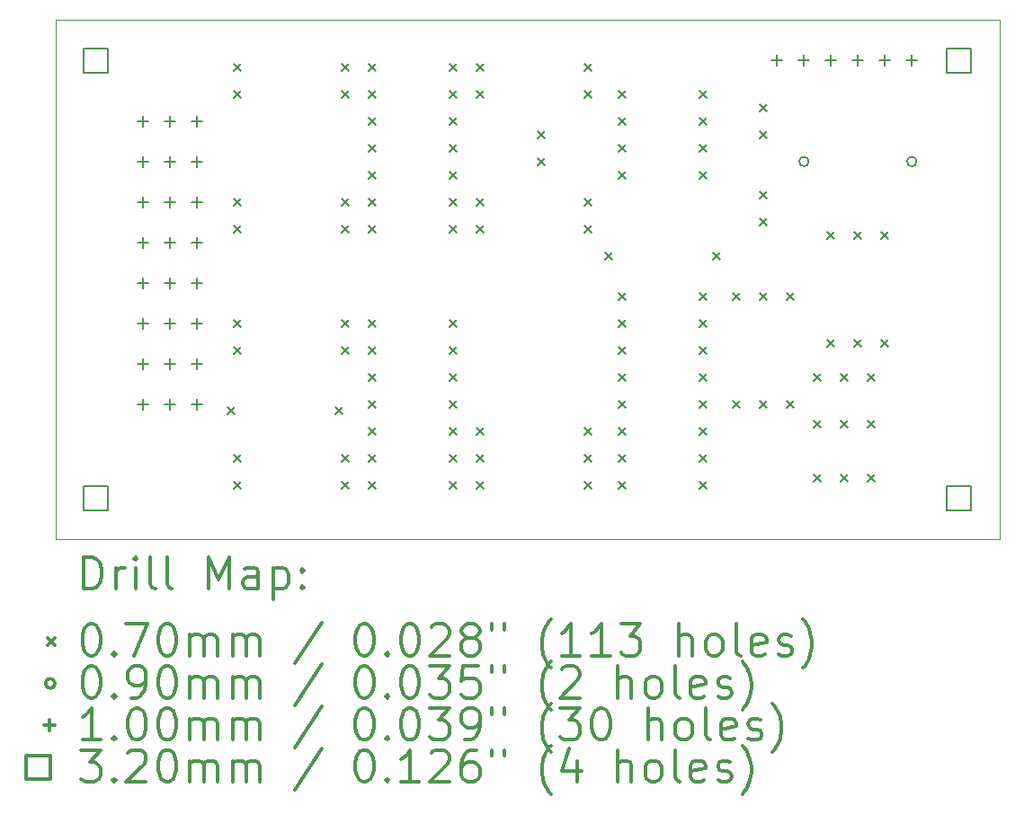
<source format=gbr>
%FSLAX45Y45*%
G04 Gerber Fmt 4.5, Leading zero omitted, Abs format (unit mm)*
G04 Created by KiCad (PCBNEW 4.0.1-stable) date 11/25/16 12:52:18*
%MOMM*%
G01*
G04 APERTURE LIST*
%ADD10C,0.127000*%
%ADD11C,0.100000*%
%ADD12C,0.200000*%
%ADD13C,0.300000*%
G04 APERTURE END LIST*
D10*
D11*
X9715500Y-12890500D02*
X9715500Y-8001000D01*
X18605500Y-12890500D02*
X9715500Y-12890500D01*
X18605500Y-8001000D02*
X18605500Y-12890500D01*
X9715500Y-8001000D02*
X18605500Y-8001000D01*
D12*
X11331500Y-11649000D02*
X11401500Y-11719000D01*
X11401500Y-11649000D02*
X11331500Y-11719000D01*
X11395000Y-8410500D02*
X11465000Y-8480500D01*
X11465000Y-8410500D02*
X11395000Y-8480500D01*
X11395000Y-8664500D02*
X11465000Y-8734500D01*
X11465000Y-8664500D02*
X11395000Y-8734500D01*
X11395000Y-9680500D02*
X11465000Y-9750500D01*
X11465000Y-9680500D02*
X11395000Y-9750500D01*
X11395000Y-9934500D02*
X11465000Y-10004500D01*
X11465000Y-9934500D02*
X11395000Y-10004500D01*
X11395000Y-10823500D02*
X11465000Y-10893500D01*
X11465000Y-10823500D02*
X11395000Y-10893500D01*
X11395000Y-11077500D02*
X11465000Y-11147500D01*
X11465000Y-11077500D02*
X11395000Y-11147500D01*
X11395000Y-12093500D02*
X11465000Y-12163500D01*
X11465000Y-12093500D02*
X11395000Y-12163500D01*
X11395000Y-12347500D02*
X11465000Y-12417500D01*
X11465000Y-12347500D02*
X11395000Y-12417500D01*
X12347500Y-11649000D02*
X12417500Y-11719000D01*
X12417500Y-11649000D02*
X12347500Y-11719000D01*
X12411000Y-8410500D02*
X12481000Y-8480500D01*
X12481000Y-8410500D02*
X12411000Y-8480500D01*
X12411000Y-8664500D02*
X12481000Y-8734500D01*
X12481000Y-8664500D02*
X12411000Y-8734500D01*
X12411000Y-9680500D02*
X12481000Y-9750500D01*
X12481000Y-9680500D02*
X12411000Y-9750500D01*
X12411000Y-9934500D02*
X12481000Y-10004500D01*
X12481000Y-9934500D02*
X12411000Y-10004500D01*
X12411000Y-10823500D02*
X12481000Y-10893500D01*
X12481000Y-10823500D02*
X12411000Y-10893500D01*
X12411000Y-11077500D02*
X12481000Y-11147500D01*
X12481000Y-11077500D02*
X12411000Y-11147500D01*
X12411000Y-12093500D02*
X12481000Y-12163500D01*
X12481000Y-12093500D02*
X12411000Y-12163500D01*
X12411000Y-12347500D02*
X12481000Y-12417500D01*
X12481000Y-12347500D02*
X12411000Y-12417500D01*
X12665000Y-8410500D02*
X12735000Y-8480500D01*
X12735000Y-8410500D02*
X12665000Y-8480500D01*
X12665000Y-8664500D02*
X12735000Y-8734500D01*
X12735000Y-8664500D02*
X12665000Y-8734500D01*
X12665000Y-8918500D02*
X12735000Y-8988500D01*
X12735000Y-8918500D02*
X12665000Y-8988500D01*
X12665000Y-9172500D02*
X12735000Y-9242500D01*
X12735000Y-9172500D02*
X12665000Y-9242500D01*
X12665000Y-9426500D02*
X12735000Y-9496500D01*
X12735000Y-9426500D02*
X12665000Y-9496500D01*
X12665000Y-9680500D02*
X12735000Y-9750500D01*
X12735000Y-9680500D02*
X12665000Y-9750500D01*
X12665000Y-9934500D02*
X12735000Y-10004500D01*
X12735000Y-9934500D02*
X12665000Y-10004500D01*
X12665000Y-10823500D02*
X12735000Y-10893500D01*
X12735000Y-10823500D02*
X12665000Y-10893500D01*
X12665000Y-11077500D02*
X12735000Y-11147500D01*
X12735000Y-11077500D02*
X12665000Y-11147500D01*
X12665000Y-11331500D02*
X12735000Y-11401500D01*
X12735000Y-11331500D02*
X12665000Y-11401500D01*
X12665000Y-11585500D02*
X12735000Y-11655500D01*
X12735000Y-11585500D02*
X12665000Y-11655500D01*
X12665000Y-11839500D02*
X12735000Y-11909500D01*
X12735000Y-11839500D02*
X12665000Y-11909500D01*
X12665000Y-12093500D02*
X12735000Y-12163500D01*
X12735000Y-12093500D02*
X12665000Y-12163500D01*
X12665000Y-12347500D02*
X12735000Y-12417500D01*
X12735000Y-12347500D02*
X12665000Y-12417500D01*
X13427000Y-8410500D02*
X13497000Y-8480500D01*
X13497000Y-8410500D02*
X13427000Y-8480500D01*
X13427000Y-8664500D02*
X13497000Y-8734500D01*
X13497000Y-8664500D02*
X13427000Y-8734500D01*
X13427000Y-8918500D02*
X13497000Y-8988500D01*
X13497000Y-8918500D02*
X13427000Y-8988500D01*
X13427000Y-9172500D02*
X13497000Y-9242500D01*
X13497000Y-9172500D02*
X13427000Y-9242500D01*
X13427000Y-9426500D02*
X13497000Y-9496500D01*
X13497000Y-9426500D02*
X13427000Y-9496500D01*
X13427000Y-9680500D02*
X13497000Y-9750500D01*
X13497000Y-9680500D02*
X13427000Y-9750500D01*
X13427000Y-9934500D02*
X13497000Y-10004500D01*
X13497000Y-9934500D02*
X13427000Y-10004500D01*
X13427000Y-10823500D02*
X13497000Y-10893500D01*
X13497000Y-10823500D02*
X13427000Y-10893500D01*
X13427000Y-11077500D02*
X13497000Y-11147500D01*
X13497000Y-11077500D02*
X13427000Y-11147500D01*
X13427000Y-11331500D02*
X13497000Y-11401500D01*
X13497000Y-11331500D02*
X13427000Y-11401500D01*
X13427000Y-11585500D02*
X13497000Y-11655500D01*
X13497000Y-11585500D02*
X13427000Y-11655500D01*
X13427000Y-11839500D02*
X13497000Y-11909500D01*
X13497000Y-11839500D02*
X13427000Y-11909500D01*
X13427000Y-12093500D02*
X13497000Y-12163500D01*
X13497000Y-12093500D02*
X13427000Y-12163500D01*
X13427000Y-12347500D02*
X13497000Y-12417500D01*
X13497000Y-12347500D02*
X13427000Y-12417500D01*
X13681000Y-8410500D02*
X13751000Y-8480500D01*
X13751000Y-8410500D02*
X13681000Y-8480500D01*
X13681000Y-8664500D02*
X13751000Y-8734500D01*
X13751000Y-8664500D02*
X13681000Y-8734500D01*
X13681000Y-9680500D02*
X13751000Y-9750500D01*
X13751000Y-9680500D02*
X13681000Y-9750500D01*
X13681000Y-9934500D02*
X13751000Y-10004500D01*
X13751000Y-9934500D02*
X13681000Y-10004500D01*
X13681000Y-11839500D02*
X13751000Y-11909500D01*
X13751000Y-11839500D02*
X13681000Y-11909500D01*
X13681000Y-12093500D02*
X13751000Y-12163500D01*
X13751000Y-12093500D02*
X13681000Y-12163500D01*
X13681000Y-12347500D02*
X13751000Y-12417500D01*
X13751000Y-12347500D02*
X13681000Y-12417500D01*
X14252500Y-9045500D02*
X14322500Y-9115500D01*
X14322500Y-9045500D02*
X14252500Y-9115500D01*
X14252500Y-9299500D02*
X14322500Y-9369500D01*
X14322500Y-9299500D02*
X14252500Y-9369500D01*
X14697000Y-8410500D02*
X14767000Y-8480500D01*
X14767000Y-8410500D02*
X14697000Y-8480500D01*
X14697000Y-8664500D02*
X14767000Y-8734500D01*
X14767000Y-8664500D02*
X14697000Y-8734500D01*
X14697000Y-9680500D02*
X14767000Y-9750500D01*
X14767000Y-9680500D02*
X14697000Y-9750500D01*
X14697000Y-9934500D02*
X14767000Y-10004500D01*
X14767000Y-9934500D02*
X14697000Y-10004500D01*
X14697000Y-11839500D02*
X14767000Y-11909500D01*
X14767000Y-11839500D02*
X14697000Y-11909500D01*
X14697000Y-12093500D02*
X14767000Y-12163500D01*
X14767000Y-12093500D02*
X14697000Y-12163500D01*
X14697000Y-12347500D02*
X14767000Y-12417500D01*
X14767000Y-12347500D02*
X14697000Y-12417500D01*
X14887500Y-10188500D02*
X14957500Y-10258500D01*
X14957500Y-10188500D02*
X14887500Y-10258500D01*
X15014500Y-8664500D02*
X15084500Y-8734500D01*
X15084500Y-8664500D02*
X15014500Y-8734500D01*
X15014500Y-8918500D02*
X15084500Y-8988500D01*
X15084500Y-8918500D02*
X15014500Y-8988500D01*
X15014500Y-9172500D02*
X15084500Y-9242500D01*
X15084500Y-9172500D02*
X15014500Y-9242500D01*
X15014500Y-9426500D02*
X15084500Y-9496500D01*
X15084500Y-9426500D02*
X15014500Y-9496500D01*
X15014500Y-10569500D02*
X15084500Y-10639500D01*
X15084500Y-10569500D02*
X15014500Y-10639500D01*
X15014500Y-10823500D02*
X15084500Y-10893500D01*
X15084500Y-10823500D02*
X15014500Y-10893500D01*
X15014500Y-11077500D02*
X15084500Y-11147500D01*
X15084500Y-11077500D02*
X15014500Y-11147500D01*
X15014500Y-11331500D02*
X15084500Y-11401500D01*
X15084500Y-11331500D02*
X15014500Y-11401500D01*
X15014500Y-11585500D02*
X15084500Y-11655500D01*
X15084500Y-11585500D02*
X15014500Y-11655500D01*
X15014500Y-11839500D02*
X15084500Y-11909500D01*
X15084500Y-11839500D02*
X15014500Y-11909500D01*
X15014500Y-12093500D02*
X15084500Y-12163500D01*
X15084500Y-12093500D02*
X15014500Y-12163500D01*
X15014500Y-12347500D02*
X15084500Y-12417500D01*
X15084500Y-12347500D02*
X15014500Y-12417500D01*
X15776500Y-8664500D02*
X15846500Y-8734500D01*
X15846500Y-8664500D02*
X15776500Y-8734500D01*
X15776500Y-8918500D02*
X15846500Y-8988500D01*
X15846500Y-8918500D02*
X15776500Y-8988500D01*
X15776500Y-9172500D02*
X15846500Y-9242500D01*
X15846500Y-9172500D02*
X15776500Y-9242500D01*
X15776500Y-9426500D02*
X15846500Y-9496500D01*
X15846500Y-9426500D02*
X15776500Y-9496500D01*
X15776500Y-10569500D02*
X15846500Y-10639500D01*
X15846500Y-10569500D02*
X15776500Y-10639500D01*
X15776500Y-10823500D02*
X15846500Y-10893500D01*
X15846500Y-10823500D02*
X15776500Y-10893500D01*
X15776500Y-11077500D02*
X15846500Y-11147500D01*
X15846500Y-11077500D02*
X15776500Y-11147500D01*
X15776500Y-11331500D02*
X15846500Y-11401500D01*
X15846500Y-11331500D02*
X15776500Y-11401500D01*
X15776500Y-11585500D02*
X15846500Y-11655500D01*
X15846500Y-11585500D02*
X15776500Y-11655500D01*
X15776500Y-11839500D02*
X15846500Y-11909500D01*
X15846500Y-11839500D02*
X15776500Y-11909500D01*
X15776500Y-12093500D02*
X15846500Y-12163500D01*
X15846500Y-12093500D02*
X15776500Y-12163500D01*
X15776500Y-12347500D02*
X15846500Y-12417500D01*
X15846500Y-12347500D02*
X15776500Y-12417500D01*
X15903500Y-10188500D02*
X15973500Y-10258500D01*
X15973500Y-10188500D02*
X15903500Y-10258500D01*
X16094000Y-10569500D02*
X16164000Y-10639500D01*
X16164000Y-10569500D02*
X16094000Y-10639500D01*
X16094000Y-11585500D02*
X16164000Y-11655500D01*
X16164000Y-11585500D02*
X16094000Y-11655500D01*
X16348000Y-8791500D02*
X16418000Y-8861500D01*
X16418000Y-8791500D02*
X16348000Y-8861500D01*
X16348000Y-9045500D02*
X16418000Y-9115500D01*
X16418000Y-9045500D02*
X16348000Y-9115500D01*
X16348000Y-9617000D02*
X16418000Y-9687000D01*
X16418000Y-9617000D02*
X16348000Y-9687000D01*
X16348000Y-9871000D02*
X16418000Y-9941000D01*
X16418000Y-9871000D02*
X16348000Y-9941000D01*
X16348000Y-10569500D02*
X16418000Y-10639500D01*
X16418000Y-10569500D02*
X16348000Y-10639500D01*
X16348000Y-11585500D02*
X16418000Y-11655500D01*
X16418000Y-11585500D02*
X16348000Y-11655500D01*
X16602000Y-10569500D02*
X16672000Y-10639500D01*
X16672000Y-10569500D02*
X16602000Y-10639500D01*
X16602000Y-11585500D02*
X16672000Y-11655500D01*
X16672000Y-11585500D02*
X16602000Y-11655500D01*
X16856000Y-11331500D02*
X16926000Y-11401500D01*
X16926000Y-11331500D02*
X16856000Y-11401500D01*
X16856000Y-11776000D02*
X16926000Y-11846000D01*
X16926000Y-11776000D02*
X16856000Y-11846000D01*
X16856000Y-12284000D02*
X16926000Y-12354000D01*
X16926000Y-12284000D02*
X16856000Y-12354000D01*
X16983000Y-9998000D02*
X17053000Y-10068000D01*
X17053000Y-9998000D02*
X16983000Y-10068000D01*
X16983000Y-11014000D02*
X17053000Y-11084000D01*
X17053000Y-11014000D02*
X16983000Y-11084000D01*
X17110000Y-11331500D02*
X17180000Y-11401500D01*
X17180000Y-11331500D02*
X17110000Y-11401500D01*
X17110000Y-11776000D02*
X17180000Y-11846000D01*
X17180000Y-11776000D02*
X17110000Y-11846000D01*
X17110000Y-12284000D02*
X17180000Y-12354000D01*
X17180000Y-12284000D02*
X17110000Y-12354000D01*
X17237000Y-9998000D02*
X17307000Y-10068000D01*
X17307000Y-9998000D02*
X17237000Y-10068000D01*
X17237000Y-11014000D02*
X17307000Y-11084000D01*
X17307000Y-11014000D02*
X17237000Y-11084000D01*
X17364000Y-11331500D02*
X17434000Y-11401500D01*
X17434000Y-11331500D02*
X17364000Y-11401500D01*
X17364000Y-11776000D02*
X17434000Y-11846000D01*
X17434000Y-11776000D02*
X17364000Y-11846000D01*
X17364000Y-12284000D02*
X17434000Y-12354000D01*
X17434000Y-12284000D02*
X17364000Y-12354000D01*
X17491000Y-9998000D02*
X17561000Y-10068000D01*
X17561000Y-9998000D02*
X17491000Y-10068000D01*
X17491000Y-11014000D02*
X17561000Y-11084000D01*
X17561000Y-11014000D02*
X17491000Y-11084000D01*
X16809052Y-9334246D02*
G75*
G03X16809052Y-9334246I-45000J0D01*
G01*
X17825000Y-9334500D02*
G75*
G03X17825000Y-9334500I-45000J0D01*
G01*
X10541000Y-8903500D02*
X10541000Y-9003500D01*
X10491000Y-8953500D02*
X10591000Y-8953500D01*
X10541000Y-9284500D02*
X10541000Y-9384500D01*
X10491000Y-9334500D02*
X10591000Y-9334500D01*
X10541000Y-9665500D02*
X10541000Y-9765500D01*
X10491000Y-9715500D02*
X10591000Y-9715500D01*
X10541000Y-10046500D02*
X10541000Y-10146500D01*
X10491000Y-10096500D02*
X10591000Y-10096500D01*
X10541000Y-10427500D02*
X10541000Y-10527500D01*
X10491000Y-10477500D02*
X10591000Y-10477500D01*
X10541000Y-10808500D02*
X10541000Y-10908500D01*
X10491000Y-10858500D02*
X10591000Y-10858500D01*
X10541000Y-11189500D02*
X10541000Y-11289500D01*
X10491000Y-11239500D02*
X10591000Y-11239500D01*
X10541000Y-11570500D02*
X10541000Y-11670500D01*
X10491000Y-11620500D02*
X10591000Y-11620500D01*
X10795000Y-8903500D02*
X10795000Y-9003500D01*
X10745000Y-8953500D02*
X10845000Y-8953500D01*
X10795000Y-9284500D02*
X10795000Y-9384500D01*
X10745000Y-9334500D02*
X10845000Y-9334500D01*
X10795000Y-9665500D02*
X10795000Y-9765500D01*
X10745000Y-9715500D02*
X10845000Y-9715500D01*
X10795000Y-10046500D02*
X10795000Y-10146500D01*
X10745000Y-10096500D02*
X10845000Y-10096500D01*
X10795000Y-10427500D02*
X10795000Y-10527500D01*
X10745000Y-10477500D02*
X10845000Y-10477500D01*
X10795000Y-10808500D02*
X10795000Y-10908500D01*
X10745000Y-10858500D02*
X10845000Y-10858500D01*
X10795000Y-11189500D02*
X10795000Y-11289500D01*
X10745000Y-11239500D02*
X10845000Y-11239500D01*
X10795000Y-11570500D02*
X10795000Y-11670500D01*
X10745000Y-11620500D02*
X10845000Y-11620500D01*
X11049000Y-8903500D02*
X11049000Y-9003500D01*
X10999000Y-8953500D02*
X11099000Y-8953500D01*
X11049000Y-9284500D02*
X11049000Y-9384500D01*
X10999000Y-9334500D02*
X11099000Y-9334500D01*
X11049000Y-9665500D02*
X11049000Y-9765500D01*
X10999000Y-9715500D02*
X11099000Y-9715500D01*
X11049000Y-10046500D02*
X11049000Y-10146500D01*
X10999000Y-10096500D02*
X11099000Y-10096500D01*
X11049000Y-10427500D02*
X11049000Y-10527500D01*
X10999000Y-10477500D02*
X11099000Y-10477500D01*
X11049000Y-10808500D02*
X11049000Y-10908500D01*
X10999000Y-10858500D02*
X11099000Y-10858500D01*
X11049000Y-11189500D02*
X11049000Y-11289500D01*
X10999000Y-11239500D02*
X11099000Y-11239500D01*
X11049000Y-11570500D02*
X11049000Y-11670500D01*
X10999000Y-11620500D02*
X11099000Y-11620500D01*
X16510000Y-8332000D02*
X16510000Y-8432000D01*
X16460000Y-8382000D02*
X16560000Y-8382000D01*
X16764000Y-8332000D02*
X16764000Y-8432000D01*
X16714000Y-8382000D02*
X16814000Y-8382000D01*
X17018000Y-8332000D02*
X17018000Y-8432000D01*
X16968000Y-8382000D02*
X17068000Y-8382000D01*
X17272000Y-8332000D02*
X17272000Y-8432000D01*
X17222000Y-8382000D02*
X17322000Y-8382000D01*
X17526000Y-8332000D02*
X17526000Y-8432000D01*
X17476000Y-8382000D02*
X17576000Y-8382000D01*
X17780000Y-8332000D02*
X17780000Y-8432000D01*
X17730000Y-8382000D02*
X17830000Y-8382000D01*
X10209638Y-8495138D02*
X10209638Y-8268862D01*
X9983362Y-8268862D01*
X9983362Y-8495138D01*
X10209638Y-8495138D01*
X10209638Y-12622638D02*
X10209638Y-12396362D01*
X9983362Y-12396362D01*
X9983362Y-12622638D01*
X10209638Y-12622638D01*
X18337638Y-8495138D02*
X18337638Y-8268862D01*
X18111362Y-8268862D01*
X18111362Y-8495138D01*
X18337638Y-8495138D01*
X18337638Y-12622638D02*
X18337638Y-12396362D01*
X18111362Y-12396362D01*
X18111362Y-12622638D01*
X18337638Y-12622638D01*
D13*
X9981929Y-13361214D02*
X9981929Y-13061214D01*
X10053357Y-13061214D01*
X10096214Y-13075500D01*
X10124786Y-13104071D01*
X10139071Y-13132643D01*
X10153357Y-13189786D01*
X10153357Y-13232643D01*
X10139071Y-13289786D01*
X10124786Y-13318357D01*
X10096214Y-13346929D01*
X10053357Y-13361214D01*
X9981929Y-13361214D01*
X10281929Y-13361214D02*
X10281929Y-13161214D01*
X10281929Y-13218357D02*
X10296214Y-13189786D01*
X10310500Y-13175500D01*
X10339071Y-13161214D01*
X10367643Y-13161214D01*
X10467643Y-13361214D02*
X10467643Y-13161214D01*
X10467643Y-13061214D02*
X10453357Y-13075500D01*
X10467643Y-13089786D01*
X10481929Y-13075500D01*
X10467643Y-13061214D01*
X10467643Y-13089786D01*
X10653357Y-13361214D02*
X10624786Y-13346929D01*
X10610500Y-13318357D01*
X10610500Y-13061214D01*
X10810500Y-13361214D02*
X10781929Y-13346929D01*
X10767643Y-13318357D01*
X10767643Y-13061214D01*
X11153357Y-13361214D02*
X11153357Y-13061214D01*
X11253357Y-13275500D01*
X11353357Y-13061214D01*
X11353357Y-13361214D01*
X11624786Y-13361214D02*
X11624786Y-13204071D01*
X11610500Y-13175500D01*
X11581928Y-13161214D01*
X11524786Y-13161214D01*
X11496214Y-13175500D01*
X11624786Y-13346929D02*
X11596214Y-13361214D01*
X11524786Y-13361214D01*
X11496214Y-13346929D01*
X11481928Y-13318357D01*
X11481928Y-13289786D01*
X11496214Y-13261214D01*
X11524786Y-13246929D01*
X11596214Y-13246929D01*
X11624786Y-13232643D01*
X11767643Y-13161214D02*
X11767643Y-13461214D01*
X11767643Y-13175500D02*
X11796214Y-13161214D01*
X11853357Y-13161214D01*
X11881928Y-13175500D01*
X11896214Y-13189786D01*
X11910500Y-13218357D01*
X11910500Y-13304071D01*
X11896214Y-13332643D01*
X11881928Y-13346929D01*
X11853357Y-13361214D01*
X11796214Y-13361214D01*
X11767643Y-13346929D01*
X12039071Y-13332643D02*
X12053357Y-13346929D01*
X12039071Y-13361214D01*
X12024786Y-13346929D01*
X12039071Y-13332643D01*
X12039071Y-13361214D01*
X12039071Y-13175500D02*
X12053357Y-13189786D01*
X12039071Y-13204071D01*
X12024786Y-13189786D01*
X12039071Y-13175500D01*
X12039071Y-13204071D01*
X9640500Y-13820500D02*
X9710500Y-13890500D01*
X9710500Y-13820500D02*
X9640500Y-13890500D01*
X10039071Y-13691214D02*
X10067643Y-13691214D01*
X10096214Y-13705500D01*
X10110500Y-13719786D01*
X10124786Y-13748357D01*
X10139071Y-13805500D01*
X10139071Y-13876929D01*
X10124786Y-13934071D01*
X10110500Y-13962643D01*
X10096214Y-13976929D01*
X10067643Y-13991214D01*
X10039071Y-13991214D01*
X10010500Y-13976929D01*
X9996214Y-13962643D01*
X9981929Y-13934071D01*
X9967643Y-13876929D01*
X9967643Y-13805500D01*
X9981929Y-13748357D01*
X9996214Y-13719786D01*
X10010500Y-13705500D01*
X10039071Y-13691214D01*
X10267643Y-13962643D02*
X10281929Y-13976929D01*
X10267643Y-13991214D01*
X10253357Y-13976929D01*
X10267643Y-13962643D01*
X10267643Y-13991214D01*
X10381928Y-13691214D02*
X10581928Y-13691214D01*
X10453357Y-13991214D01*
X10753357Y-13691214D02*
X10781929Y-13691214D01*
X10810500Y-13705500D01*
X10824786Y-13719786D01*
X10839071Y-13748357D01*
X10853357Y-13805500D01*
X10853357Y-13876929D01*
X10839071Y-13934071D01*
X10824786Y-13962643D01*
X10810500Y-13976929D01*
X10781929Y-13991214D01*
X10753357Y-13991214D01*
X10724786Y-13976929D01*
X10710500Y-13962643D01*
X10696214Y-13934071D01*
X10681929Y-13876929D01*
X10681929Y-13805500D01*
X10696214Y-13748357D01*
X10710500Y-13719786D01*
X10724786Y-13705500D01*
X10753357Y-13691214D01*
X10981929Y-13991214D02*
X10981929Y-13791214D01*
X10981929Y-13819786D02*
X10996214Y-13805500D01*
X11024786Y-13791214D01*
X11067643Y-13791214D01*
X11096214Y-13805500D01*
X11110500Y-13834071D01*
X11110500Y-13991214D01*
X11110500Y-13834071D02*
X11124786Y-13805500D01*
X11153357Y-13791214D01*
X11196214Y-13791214D01*
X11224786Y-13805500D01*
X11239071Y-13834071D01*
X11239071Y-13991214D01*
X11381928Y-13991214D02*
X11381928Y-13791214D01*
X11381928Y-13819786D02*
X11396214Y-13805500D01*
X11424786Y-13791214D01*
X11467643Y-13791214D01*
X11496214Y-13805500D01*
X11510500Y-13834071D01*
X11510500Y-13991214D01*
X11510500Y-13834071D02*
X11524786Y-13805500D01*
X11553357Y-13791214D01*
X11596214Y-13791214D01*
X11624786Y-13805500D01*
X11639071Y-13834071D01*
X11639071Y-13991214D01*
X12224786Y-13676929D02*
X11967643Y-14062643D01*
X12610500Y-13691214D02*
X12639071Y-13691214D01*
X12667643Y-13705500D01*
X12681928Y-13719786D01*
X12696214Y-13748357D01*
X12710500Y-13805500D01*
X12710500Y-13876929D01*
X12696214Y-13934071D01*
X12681928Y-13962643D01*
X12667643Y-13976929D01*
X12639071Y-13991214D01*
X12610500Y-13991214D01*
X12581928Y-13976929D01*
X12567643Y-13962643D01*
X12553357Y-13934071D01*
X12539071Y-13876929D01*
X12539071Y-13805500D01*
X12553357Y-13748357D01*
X12567643Y-13719786D01*
X12581928Y-13705500D01*
X12610500Y-13691214D01*
X12839071Y-13962643D02*
X12853357Y-13976929D01*
X12839071Y-13991214D01*
X12824786Y-13976929D01*
X12839071Y-13962643D01*
X12839071Y-13991214D01*
X13039071Y-13691214D02*
X13067643Y-13691214D01*
X13096214Y-13705500D01*
X13110500Y-13719786D01*
X13124785Y-13748357D01*
X13139071Y-13805500D01*
X13139071Y-13876929D01*
X13124785Y-13934071D01*
X13110500Y-13962643D01*
X13096214Y-13976929D01*
X13067643Y-13991214D01*
X13039071Y-13991214D01*
X13010500Y-13976929D01*
X12996214Y-13962643D01*
X12981928Y-13934071D01*
X12967643Y-13876929D01*
X12967643Y-13805500D01*
X12981928Y-13748357D01*
X12996214Y-13719786D01*
X13010500Y-13705500D01*
X13039071Y-13691214D01*
X13253357Y-13719786D02*
X13267643Y-13705500D01*
X13296214Y-13691214D01*
X13367643Y-13691214D01*
X13396214Y-13705500D01*
X13410500Y-13719786D01*
X13424785Y-13748357D01*
X13424785Y-13776929D01*
X13410500Y-13819786D01*
X13239071Y-13991214D01*
X13424785Y-13991214D01*
X13596214Y-13819786D02*
X13567643Y-13805500D01*
X13553357Y-13791214D01*
X13539071Y-13762643D01*
X13539071Y-13748357D01*
X13553357Y-13719786D01*
X13567643Y-13705500D01*
X13596214Y-13691214D01*
X13653357Y-13691214D01*
X13681928Y-13705500D01*
X13696214Y-13719786D01*
X13710500Y-13748357D01*
X13710500Y-13762643D01*
X13696214Y-13791214D01*
X13681928Y-13805500D01*
X13653357Y-13819786D01*
X13596214Y-13819786D01*
X13567643Y-13834071D01*
X13553357Y-13848357D01*
X13539071Y-13876929D01*
X13539071Y-13934071D01*
X13553357Y-13962643D01*
X13567643Y-13976929D01*
X13596214Y-13991214D01*
X13653357Y-13991214D01*
X13681928Y-13976929D01*
X13696214Y-13962643D01*
X13710500Y-13934071D01*
X13710500Y-13876929D01*
X13696214Y-13848357D01*
X13681928Y-13834071D01*
X13653357Y-13819786D01*
X13824786Y-13691214D02*
X13824786Y-13748357D01*
X13939071Y-13691214D02*
X13939071Y-13748357D01*
X14381928Y-14105500D02*
X14367643Y-14091214D01*
X14339071Y-14048357D01*
X14324785Y-14019786D01*
X14310500Y-13976929D01*
X14296214Y-13905500D01*
X14296214Y-13848357D01*
X14310500Y-13776929D01*
X14324785Y-13734071D01*
X14339071Y-13705500D01*
X14367643Y-13662643D01*
X14381928Y-13648357D01*
X14653357Y-13991214D02*
X14481928Y-13991214D01*
X14567643Y-13991214D02*
X14567643Y-13691214D01*
X14539071Y-13734071D01*
X14510500Y-13762643D01*
X14481928Y-13776929D01*
X14939071Y-13991214D02*
X14767643Y-13991214D01*
X14853357Y-13991214D02*
X14853357Y-13691214D01*
X14824785Y-13734071D01*
X14796214Y-13762643D01*
X14767643Y-13776929D01*
X15039071Y-13691214D02*
X15224785Y-13691214D01*
X15124785Y-13805500D01*
X15167643Y-13805500D01*
X15196214Y-13819786D01*
X15210500Y-13834071D01*
X15224785Y-13862643D01*
X15224785Y-13934071D01*
X15210500Y-13962643D01*
X15196214Y-13976929D01*
X15167643Y-13991214D01*
X15081928Y-13991214D01*
X15053357Y-13976929D01*
X15039071Y-13962643D01*
X15581928Y-13991214D02*
X15581928Y-13691214D01*
X15710500Y-13991214D02*
X15710500Y-13834071D01*
X15696214Y-13805500D01*
X15667643Y-13791214D01*
X15624785Y-13791214D01*
X15596214Y-13805500D01*
X15581928Y-13819786D01*
X15896214Y-13991214D02*
X15867643Y-13976929D01*
X15853357Y-13962643D01*
X15839071Y-13934071D01*
X15839071Y-13848357D01*
X15853357Y-13819786D01*
X15867643Y-13805500D01*
X15896214Y-13791214D01*
X15939071Y-13791214D01*
X15967643Y-13805500D01*
X15981928Y-13819786D01*
X15996214Y-13848357D01*
X15996214Y-13934071D01*
X15981928Y-13962643D01*
X15967643Y-13976929D01*
X15939071Y-13991214D01*
X15896214Y-13991214D01*
X16167643Y-13991214D02*
X16139071Y-13976929D01*
X16124786Y-13948357D01*
X16124786Y-13691214D01*
X16396214Y-13976929D02*
X16367643Y-13991214D01*
X16310500Y-13991214D01*
X16281928Y-13976929D01*
X16267643Y-13948357D01*
X16267643Y-13834071D01*
X16281928Y-13805500D01*
X16310500Y-13791214D01*
X16367643Y-13791214D01*
X16396214Y-13805500D01*
X16410500Y-13834071D01*
X16410500Y-13862643D01*
X16267643Y-13891214D01*
X16524786Y-13976929D02*
X16553357Y-13991214D01*
X16610500Y-13991214D01*
X16639071Y-13976929D01*
X16653357Y-13948357D01*
X16653357Y-13934071D01*
X16639071Y-13905500D01*
X16610500Y-13891214D01*
X16567643Y-13891214D01*
X16539071Y-13876929D01*
X16524786Y-13848357D01*
X16524786Y-13834071D01*
X16539071Y-13805500D01*
X16567643Y-13791214D01*
X16610500Y-13791214D01*
X16639071Y-13805500D01*
X16753357Y-14105500D02*
X16767643Y-14091214D01*
X16796214Y-14048357D01*
X16810500Y-14019786D01*
X16824786Y-13976929D01*
X16839071Y-13905500D01*
X16839071Y-13848357D01*
X16824786Y-13776929D01*
X16810500Y-13734071D01*
X16796214Y-13705500D01*
X16767643Y-13662643D01*
X16753357Y-13648357D01*
X9710500Y-14251500D02*
G75*
G03X9710500Y-14251500I-45000J0D01*
G01*
X10039071Y-14087214D02*
X10067643Y-14087214D01*
X10096214Y-14101500D01*
X10110500Y-14115786D01*
X10124786Y-14144357D01*
X10139071Y-14201500D01*
X10139071Y-14272929D01*
X10124786Y-14330071D01*
X10110500Y-14358643D01*
X10096214Y-14372929D01*
X10067643Y-14387214D01*
X10039071Y-14387214D01*
X10010500Y-14372929D01*
X9996214Y-14358643D01*
X9981929Y-14330071D01*
X9967643Y-14272929D01*
X9967643Y-14201500D01*
X9981929Y-14144357D01*
X9996214Y-14115786D01*
X10010500Y-14101500D01*
X10039071Y-14087214D01*
X10267643Y-14358643D02*
X10281929Y-14372929D01*
X10267643Y-14387214D01*
X10253357Y-14372929D01*
X10267643Y-14358643D01*
X10267643Y-14387214D01*
X10424786Y-14387214D02*
X10481928Y-14387214D01*
X10510500Y-14372929D01*
X10524786Y-14358643D01*
X10553357Y-14315786D01*
X10567643Y-14258643D01*
X10567643Y-14144357D01*
X10553357Y-14115786D01*
X10539071Y-14101500D01*
X10510500Y-14087214D01*
X10453357Y-14087214D01*
X10424786Y-14101500D01*
X10410500Y-14115786D01*
X10396214Y-14144357D01*
X10396214Y-14215786D01*
X10410500Y-14244357D01*
X10424786Y-14258643D01*
X10453357Y-14272929D01*
X10510500Y-14272929D01*
X10539071Y-14258643D01*
X10553357Y-14244357D01*
X10567643Y-14215786D01*
X10753357Y-14087214D02*
X10781929Y-14087214D01*
X10810500Y-14101500D01*
X10824786Y-14115786D01*
X10839071Y-14144357D01*
X10853357Y-14201500D01*
X10853357Y-14272929D01*
X10839071Y-14330071D01*
X10824786Y-14358643D01*
X10810500Y-14372929D01*
X10781929Y-14387214D01*
X10753357Y-14387214D01*
X10724786Y-14372929D01*
X10710500Y-14358643D01*
X10696214Y-14330071D01*
X10681929Y-14272929D01*
X10681929Y-14201500D01*
X10696214Y-14144357D01*
X10710500Y-14115786D01*
X10724786Y-14101500D01*
X10753357Y-14087214D01*
X10981929Y-14387214D02*
X10981929Y-14187214D01*
X10981929Y-14215786D02*
X10996214Y-14201500D01*
X11024786Y-14187214D01*
X11067643Y-14187214D01*
X11096214Y-14201500D01*
X11110500Y-14230071D01*
X11110500Y-14387214D01*
X11110500Y-14230071D02*
X11124786Y-14201500D01*
X11153357Y-14187214D01*
X11196214Y-14187214D01*
X11224786Y-14201500D01*
X11239071Y-14230071D01*
X11239071Y-14387214D01*
X11381928Y-14387214D02*
X11381928Y-14187214D01*
X11381928Y-14215786D02*
X11396214Y-14201500D01*
X11424786Y-14187214D01*
X11467643Y-14187214D01*
X11496214Y-14201500D01*
X11510500Y-14230071D01*
X11510500Y-14387214D01*
X11510500Y-14230071D02*
X11524786Y-14201500D01*
X11553357Y-14187214D01*
X11596214Y-14187214D01*
X11624786Y-14201500D01*
X11639071Y-14230071D01*
X11639071Y-14387214D01*
X12224786Y-14072929D02*
X11967643Y-14458643D01*
X12610500Y-14087214D02*
X12639071Y-14087214D01*
X12667643Y-14101500D01*
X12681928Y-14115786D01*
X12696214Y-14144357D01*
X12710500Y-14201500D01*
X12710500Y-14272929D01*
X12696214Y-14330071D01*
X12681928Y-14358643D01*
X12667643Y-14372929D01*
X12639071Y-14387214D01*
X12610500Y-14387214D01*
X12581928Y-14372929D01*
X12567643Y-14358643D01*
X12553357Y-14330071D01*
X12539071Y-14272929D01*
X12539071Y-14201500D01*
X12553357Y-14144357D01*
X12567643Y-14115786D01*
X12581928Y-14101500D01*
X12610500Y-14087214D01*
X12839071Y-14358643D02*
X12853357Y-14372929D01*
X12839071Y-14387214D01*
X12824786Y-14372929D01*
X12839071Y-14358643D01*
X12839071Y-14387214D01*
X13039071Y-14087214D02*
X13067643Y-14087214D01*
X13096214Y-14101500D01*
X13110500Y-14115786D01*
X13124785Y-14144357D01*
X13139071Y-14201500D01*
X13139071Y-14272929D01*
X13124785Y-14330071D01*
X13110500Y-14358643D01*
X13096214Y-14372929D01*
X13067643Y-14387214D01*
X13039071Y-14387214D01*
X13010500Y-14372929D01*
X12996214Y-14358643D01*
X12981928Y-14330071D01*
X12967643Y-14272929D01*
X12967643Y-14201500D01*
X12981928Y-14144357D01*
X12996214Y-14115786D01*
X13010500Y-14101500D01*
X13039071Y-14087214D01*
X13239071Y-14087214D02*
X13424785Y-14087214D01*
X13324785Y-14201500D01*
X13367643Y-14201500D01*
X13396214Y-14215786D01*
X13410500Y-14230071D01*
X13424785Y-14258643D01*
X13424785Y-14330071D01*
X13410500Y-14358643D01*
X13396214Y-14372929D01*
X13367643Y-14387214D01*
X13281928Y-14387214D01*
X13253357Y-14372929D01*
X13239071Y-14358643D01*
X13696214Y-14087214D02*
X13553357Y-14087214D01*
X13539071Y-14230071D01*
X13553357Y-14215786D01*
X13581928Y-14201500D01*
X13653357Y-14201500D01*
X13681928Y-14215786D01*
X13696214Y-14230071D01*
X13710500Y-14258643D01*
X13710500Y-14330071D01*
X13696214Y-14358643D01*
X13681928Y-14372929D01*
X13653357Y-14387214D01*
X13581928Y-14387214D01*
X13553357Y-14372929D01*
X13539071Y-14358643D01*
X13824786Y-14087214D02*
X13824786Y-14144357D01*
X13939071Y-14087214D02*
X13939071Y-14144357D01*
X14381928Y-14501500D02*
X14367643Y-14487214D01*
X14339071Y-14444357D01*
X14324785Y-14415786D01*
X14310500Y-14372929D01*
X14296214Y-14301500D01*
X14296214Y-14244357D01*
X14310500Y-14172929D01*
X14324785Y-14130071D01*
X14339071Y-14101500D01*
X14367643Y-14058643D01*
X14381928Y-14044357D01*
X14481928Y-14115786D02*
X14496214Y-14101500D01*
X14524785Y-14087214D01*
X14596214Y-14087214D01*
X14624785Y-14101500D01*
X14639071Y-14115786D01*
X14653357Y-14144357D01*
X14653357Y-14172929D01*
X14639071Y-14215786D01*
X14467643Y-14387214D01*
X14653357Y-14387214D01*
X15010500Y-14387214D02*
X15010500Y-14087214D01*
X15139071Y-14387214D02*
X15139071Y-14230071D01*
X15124785Y-14201500D01*
X15096214Y-14187214D01*
X15053357Y-14187214D01*
X15024785Y-14201500D01*
X15010500Y-14215786D01*
X15324785Y-14387214D02*
X15296214Y-14372929D01*
X15281928Y-14358643D01*
X15267643Y-14330071D01*
X15267643Y-14244357D01*
X15281928Y-14215786D01*
X15296214Y-14201500D01*
X15324785Y-14187214D01*
X15367643Y-14187214D01*
X15396214Y-14201500D01*
X15410500Y-14215786D01*
X15424785Y-14244357D01*
X15424785Y-14330071D01*
X15410500Y-14358643D01*
X15396214Y-14372929D01*
X15367643Y-14387214D01*
X15324785Y-14387214D01*
X15596214Y-14387214D02*
X15567643Y-14372929D01*
X15553357Y-14344357D01*
X15553357Y-14087214D01*
X15824786Y-14372929D02*
X15796214Y-14387214D01*
X15739071Y-14387214D01*
X15710500Y-14372929D01*
X15696214Y-14344357D01*
X15696214Y-14230071D01*
X15710500Y-14201500D01*
X15739071Y-14187214D01*
X15796214Y-14187214D01*
X15824786Y-14201500D01*
X15839071Y-14230071D01*
X15839071Y-14258643D01*
X15696214Y-14287214D01*
X15953357Y-14372929D02*
X15981928Y-14387214D01*
X16039071Y-14387214D01*
X16067643Y-14372929D01*
X16081928Y-14344357D01*
X16081928Y-14330071D01*
X16067643Y-14301500D01*
X16039071Y-14287214D01*
X15996214Y-14287214D01*
X15967643Y-14272929D01*
X15953357Y-14244357D01*
X15953357Y-14230071D01*
X15967643Y-14201500D01*
X15996214Y-14187214D01*
X16039071Y-14187214D01*
X16067643Y-14201500D01*
X16181928Y-14501500D02*
X16196214Y-14487214D01*
X16224786Y-14444357D01*
X16239071Y-14415786D01*
X16253357Y-14372929D01*
X16267643Y-14301500D01*
X16267643Y-14244357D01*
X16253357Y-14172929D01*
X16239071Y-14130071D01*
X16224786Y-14101500D01*
X16196214Y-14058643D01*
X16181928Y-14044357D01*
X9660500Y-14597500D02*
X9660500Y-14697500D01*
X9610500Y-14647500D02*
X9710500Y-14647500D01*
X10139071Y-14783214D02*
X9967643Y-14783214D01*
X10053357Y-14783214D02*
X10053357Y-14483214D01*
X10024786Y-14526071D01*
X9996214Y-14554643D01*
X9967643Y-14568929D01*
X10267643Y-14754643D02*
X10281929Y-14768929D01*
X10267643Y-14783214D01*
X10253357Y-14768929D01*
X10267643Y-14754643D01*
X10267643Y-14783214D01*
X10467643Y-14483214D02*
X10496214Y-14483214D01*
X10524786Y-14497500D01*
X10539071Y-14511786D01*
X10553357Y-14540357D01*
X10567643Y-14597500D01*
X10567643Y-14668929D01*
X10553357Y-14726071D01*
X10539071Y-14754643D01*
X10524786Y-14768929D01*
X10496214Y-14783214D01*
X10467643Y-14783214D01*
X10439071Y-14768929D01*
X10424786Y-14754643D01*
X10410500Y-14726071D01*
X10396214Y-14668929D01*
X10396214Y-14597500D01*
X10410500Y-14540357D01*
X10424786Y-14511786D01*
X10439071Y-14497500D01*
X10467643Y-14483214D01*
X10753357Y-14483214D02*
X10781929Y-14483214D01*
X10810500Y-14497500D01*
X10824786Y-14511786D01*
X10839071Y-14540357D01*
X10853357Y-14597500D01*
X10853357Y-14668929D01*
X10839071Y-14726071D01*
X10824786Y-14754643D01*
X10810500Y-14768929D01*
X10781929Y-14783214D01*
X10753357Y-14783214D01*
X10724786Y-14768929D01*
X10710500Y-14754643D01*
X10696214Y-14726071D01*
X10681929Y-14668929D01*
X10681929Y-14597500D01*
X10696214Y-14540357D01*
X10710500Y-14511786D01*
X10724786Y-14497500D01*
X10753357Y-14483214D01*
X10981929Y-14783214D02*
X10981929Y-14583214D01*
X10981929Y-14611786D02*
X10996214Y-14597500D01*
X11024786Y-14583214D01*
X11067643Y-14583214D01*
X11096214Y-14597500D01*
X11110500Y-14626071D01*
X11110500Y-14783214D01*
X11110500Y-14626071D02*
X11124786Y-14597500D01*
X11153357Y-14583214D01*
X11196214Y-14583214D01*
X11224786Y-14597500D01*
X11239071Y-14626071D01*
X11239071Y-14783214D01*
X11381928Y-14783214D02*
X11381928Y-14583214D01*
X11381928Y-14611786D02*
X11396214Y-14597500D01*
X11424786Y-14583214D01*
X11467643Y-14583214D01*
X11496214Y-14597500D01*
X11510500Y-14626071D01*
X11510500Y-14783214D01*
X11510500Y-14626071D02*
X11524786Y-14597500D01*
X11553357Y-14583214D01*
X11596214Y-14583214D01*
X11624786Y-14597500D01*
X11639071Y-14626071D01*
X11639071Y-14783214D01*
X12224786Y-14468929D02*
X11967643Y-14854643D01*
X12610500Y-14483214D02*
X12639071Y-14483214D01*
X12667643Y-14497500D01*
X12681928Y-14511786D01*
X12696214Y-14540357D01*
X12710500Y-14597500D01*
X12710500Y-14668929D01*
X12696214Y-14726071D01*
X12681928Y-14754643D01*
X12667643Y-14768929D01*
X12639071Y-14783214D01*
X12610500Y-14783214D01*
X12581928Y-14768929D01*
X12567643Y-14754643D01*
X12553357Y-14726071D01*
X12539071Y-14668929D01*
X12539071Y-14597500D01*
X12553357Y-14540357D01*
X12567643Y-14511786D01*
X12581928Y-14497500D01*
X12610500Y-14483214D01*
X12839071Y-14754643D02*
X12853357Y-14768929D01*
X12839071Y-14783214D01*
X12824786Y-14768929D01*
X12839071Y-14754643D01*
X12839071Y-14783214D01*
X13039071Y-14483214D02*
X13067643Y-14483214D01*
X13096214Y-14497500D01*
X13110500Y-14511786D01*
X13124785Y-14540357D01*
X13139071Y-14597500D01*
X13139071Y-14668929D01*
X13124785Y-14726071D01*
X13110500Y-14754643D01*
X13096214Y-14768929D01*
X13067643Y-14783214D01*
X13039071Y-14783214D01*
X13010500Y-14768929D01*
X12996214Y-14754643D01*
X12981928Y-14726071D01*
X12967643Y-14668929D01*
X12967643Y-14597500D01*
X12981928Y-14540357D01*
X12996214Y-14511786D01*
X13010500Y-14497500D01*
X13039071Y-14483214D01*
X13239071Y-14483214D02*
X13424785Y-14483214D01*
X13324785Y-14597500D01*
X13367643Y-14597500D01*
X13396214Y-14611786D01*
X13410500Y-14626071D01*
X13424785Y-14654643D01*
X13424785Y-14726071D01*
X13410500Y-14754643D01*
X13396214Y-14768929D01*
X13367643Y-14783214D01*
X13281928Y-14783214D01*
X13253357Y-14768929D01*
X13239071Y-14754643D01*
X13567643Y-14783214D02*
X13624785Y-14783214D01*
X13653357Y-14768929D01*
X13667643Y-14754643D01*
X13696214Y-14711786D01*
X13710500Y-14654643D01*
X13710500Y-14540357D01*
X13696214Y-14511786D01*
X13681928Y-14497500D01*
X13653357Y-14483214D01*
X13596214Y-14483214D01*
X13567643Y-14497500D01*
X13553357Y-14511786D01*
X13539071Y-14540357D01*
X13539071Y-14611786D01*
X13553357Y-14640357D01*
X13567643Y-14654643D01*
X13596214Y-14668929D01*
X13653357Y-14668929D01*
X13681928Y-14654643D01*
X13696214Y-14640357D01*
X13710500Y-14611786D01*
X13824786Y-14483214D02*
X13824786Y-14540357D01*
X13939071Y-14483214D02*
X13939071Y-14540357D01*
X14381928Y-14897500D02*
X14367643Y-14883214D01*
X14339071Y-14840357D01*
X14324785Y-14811786D01*
X14310500Y-14768929D01*
X14296214Y-14697500D01*
X14296214Y-14640357D01*
X14310500Y-14568929D01*
X14324785Y-14526071D01*
X14339071Y-14497500D01*
X14367643Y-14454643D01*
X14381928Y-14440357D01*
X14467643Y-14483214D02*
X14653357Y-14483214D01*
X14553357Y-14597500D01*
X14596214Y-14597500D01*
X14624785Y-14611786D01*
X14639071Y-14626071D01*
X14653357Y-14654643D01*
X14653357Y-14726071D01*
X14639071Y-14754643D01*
X14624785Y-14768929D01*
X14596214Y-14783214D01*
X14510500Y-14783214D01*
X14481928Y-14768929D01*
X14467643Y-14754643D01*
X14839071Y-14483214D02*
X14867643Y-14483214D01*
X14896214Y-14497500D01*
X14910500Y-14511786D01*
X14924785Y-14540357D01*
X14939071Y-14597500D01*
X14939071Y-14668929D01*
X14924785Y-14726071D01*
X14910500Y-14754643D01*
X14896214Y-14768929D01*
X14867643Y-14783214D01*
X14839071Y-14783214D01*
X14810500Y-14768929D01*
X14796214Y-14754643D01*
X14781928Y-14726071D01*
X14767643Y-14668929D01*
X14767643Y-14597500D01*
X14781928Y-14540357D01*
X14796214Y-14511786D01*
X14810500Y-14497500D01*
X14839071Y-14483214D01*
X15296214Y-14783214D02*
X15296214Y-14483214D01*
X15424785Y-14783214D02*
X15424785Y-14626071D01*
X15410500Y-14597500D01*
X15381928Y-14583214D01*
X15339071Y-14583214D01*
X15310500Y-14597500D01*
X15296214Y-14611786D01*
X15610500Y-14783214D02*
X15581928Y-14768929D01*
X15567643Y-14754643D01*
X15553357Y-14726071D01*
X15553357Y-14640357D01*
X15567643Y-14611786D01*
X15581928Y-14597500D01*
X15610500Y-14583214D01*
X15653357Y-14583214D01*
X15681928Y-14597500D01*
X15696214Y-14611786D01*
X15710500Y-14640357D01*
X15710500Y-14726071D01*
X15696214Y-14754643D01*
X15681928Y-14768929D01*
X15653357Y-14783214D01*
X15610500Y-14783214D01*
X15881928Y-14783214D02*
X15853357Y-14768929D01*
X15839071Y-14740357D01*
X15839071Y-14483214D01*
X16110500Y-14768929D02*
X16081928Y-14783214D01*
X16024786Y-14783214D01*
X15996214Y-14768929D01*
X15981928Y-14740357D01*
X15981928Y-14626071D01*
X15996214Y-14597500D01*
X16024786Y-14583214D01*
X16081928Y-14583214D01*
X16110500Y-14597500D01*
X16124786Y-14626071D01*
X16124786Y-14654643D01*
X15981928Y-14683214D01*
X16239071Y-14768929D02*
X16267643Y-14783214D01*
X16324786Y-14783214D01*
X16353357Y-14768929D01*
X16367643Y-14740357D01*
X16367643Y-14726071D01*
X16353357Y-14697500D01*
X16324786Y-14683214D01*
X16281928Y-14683214D01*
X16253357Y-14668929D01*
X16239071Y-14640357D01*
X16239071Y-14626071D01*
X16253357Y-14597500D01*
X16281928Y-14583214D01*
X16324786Y-14583214D01*
X16353357Y-14597500D01*
X16467643Y-14897500D02*
X16481928Y-14883214D01*
X16510500Y-14840357D01*
X16524786Y-14811786D01*
X16539071Y-14768929D01*
X16553357Y-14697500D01*
X16553357Y-14640357D01*
X16539071Y-14568929D01*
X16524786Y-14526071D01*
X16510500Y-14497500D01*
X16481928Y-14454643D01*
X16467643Y-14440357D01*
X9663638Y-15156638D02*
X9663638Y-14930362D01*
X9437362Y-14930362D01*
X9437362Y-15156638D01*
X9663638Y-15156638D01*
X9953357Y-14879214D02*
X10139071Y-14879214D01*
X10039071Y-14993500D01*
X10081929Y-14993500D01*
X10110500Y-15007786D01*
X10124786Y-15022071D01*
X10139071Y-15050643D01*
X10139071Y-15122071D01*
X10124786Y-15150643D01*
X10110500Y-15164929D01*
X10081929Y-15179214D01*
X9996214Y-15179214D01*
X9967643Y-15164929D01*
X9953357Y-15150643D01*
X10267643Y-15150643D02*
X10281929Y-15164929D01*
X10267643Y-15179214D01*
X10253357Y-15164929D01*
X10267643Y-15150643D01*
X10267643Y-15179214D01*
X10396214Y-14907786D02*
X10410500Y-14893500D01*
X10439071Y-14879214D01*
X10510500Y-14879214D01*
X10539071Y-14893500D01*
X10553357Y-14907786D01*
X10567643Y-14936357D01*
X10567643Y-14964929D01*
X10553357Y-15007786D01*
X10381928Y-15179214D01*
X10567643Y-15179214D01*
X10753357Y-14879214D02*
X10781929Y-14879214D01*
X10810500Y-14893500D01*
X10824786Y-14907786D01*
X10839071Y-14936357D01*
X10853357Y-14993500D01*
X10853357Y-15064929D01*
X10839071Y-15122071D01*
X10824786Y-15150643D01*
X10810500Y-15164929D01*
X10781929Y-15179214D01*
X10753357Y-15179214D01*
X10724786Y-15164929D01*
X10710500Y-15150643D01*
X10696214Y-15122071D01*
X10681929Y-15064929D01*
X10681929Y-14993500D01*
X10696214Y-14936357D01*
X10710500Y-14907786D01*
X10724786Y-14893500D01*
X10753357Y-14879214D01*
X10981929Y-15179214D02*
X10981929Y-14979214D01*
X10981929Y-15007786D02*
X10996214Y-14993500D01*
X11024786Y-14979214D01*
X11067643Y-14979214D01*
X11096214Y-14993500D01*
X11110500Y-15022071D01*
X11110500Y-15179214D01*
X11110500Y-15022071D02*
X11124786Y-14993500D01*
X11153357Y-14979214D01*
X11196214Y-14979214D01*
X11224786Y-14993500D01*
X11239071Y-15022071D01*
X11239071Y-15179214D01*
X11381928Y-15179214D02*
X11381928Y-14979214D01*
X11381928Y-15007786D02*
X11396214Y-14993500D01*
X11424786Y-14979214D01*
X11467643Y-14979214D01*
X11496214Y-14993500D01*
X11510500Y-15022071D01*
X11510500Y-15179214D01*
X11510500Y-15022071D02*
X11524786Y-14993500D01*
X11553357Y-14979214D01*
X11596214Y-14979214D01*
X11624786Y-14993500D01*
X11639071Y-15022071D01*
X11639071Y-15179214D01*
X12224786Y-14864929D02*
X11967643Y-15250643D01*
X12610500Y-14879214D02*
X12639071Y-14879214D01*
X12667643Y-14893500D01*
X12681928Y-14907786D01*
X12696214Y-14936357D01*
X12710500Y-14993500D01*
X12710500Y-15064929D01*
X12696214Y-15122071D01*
X12681928Y-15150643D01*
X12667643Y-15164929D01*
X12639071Y-15179214D01*
X12610500Y-15179214D01*
X12581928Y-15164929D01*
X12567643Y-15150643D01*
X12553357Y-15122071D01*
X12539071Y-15064929D01*
X12539071Y-14993500D01*
X12553357Y-14936357D01*
X12567643Y-14907786D01*
X12581928Y-14893500D01*
X12610500Y-14879214D01*
X12839071Y-15150643D02*
X12853357Y-15164929D01*
X12839071Y-15179214D01*
X12824786Y-15164929D01*
X12839071Y-15150643D01*
X12839071Y-15179214D01*
X13139071Y-15179214D02*
X12967643Y-15179214D01*
X13053357Y-15179214D02*
X13053357Y-14879214D01*
X13024785Y-14922071D01*
X12996214Y-14950643D01*
X12967643Y-14964929D01*
X13253357Y-14907786D02*
X13267643Y-14893500D01*
X13296214Y-14879214D01*
X13367643Y-14879214D01*
X13396214Y-14893500D01*
X13410500Y-14907786D01*
X13424785Y-14936357D01*
X13424785Y-14964929D01*
X13410500Y-15007786D01*
X13239071Y-15179214D01*
X13424785Y-15179214D01*
X13681928Y-14879214D02*
X13624785Y-14879214D01*
X13596214Y-14893500D01*
X13581928Y-14907786D01*
X13553357Y-14950643D01*
X13539071Y-15007786D01*
X13539071Y-15122071D01*
X13553357Y-15150643D01*
X13567643Y-15164929D01*
X13596214Y-15179214D01*
X13653357Y-15179214D01*
X13681928Y-15164929D01*
X13696214Y-15150643D01*
X13710500Y-15122071D01*
X13710500Y-15050643D01*
X13696214Y-15022071D01*
X13681928Y-15007786D01*
X13653357Y-14993500D01*
X13596214Y-14993500D01*
X13567643Y-15007786D01*
X13553357Y-15022071D01*
X13539071Y-15050643D01*
X13824786Y-14879214D02*
X13824786Y-14936357D01*
X13939071Y-14879214D02*
X13939071Y-14936357D01*
X14381928Y-15293500D02*
X14367643Y-15279214D01*
X14339071Y-15236357D01*
X14324785Y-15207786D01*
X14310500Y-15164929D01*
X14296214Y-15093500D01*
X14296214Y-15036357D01*
X14310500Y-14964929D01*
X14324785Y-14922071D01*
X14339071Y-14893500D01*
X14367643Y-14850643D01*
X14381928Y-14836357D01*
X14624785Y-14979214D02*
X14624785Y-15179214D01*
X14553357Y-14864929D02*
X14481928Y-15079214D01*
X14667643Y-15079214D01*
X15010500Y-15179214D02*
X15010500Y-14879214D01*
X15139071Y-15179214D02*
X15139071Y-15022071D01*
X15124785Y-14993500D01*
X15096214Y-14979214D01*
X15053357Y-14979214D01*
X15024785Y-14993500D01*
X15010500Y-15007786D01*
X15324785Y-15179214D02*
X15296214Y-15164929D01*
X15281928Y-15150643D01*
X15267643Y-15122071D01*
X15267643Y-15036357D01*
X15281928Y-15007786D01*
X15296214Y-14993500D01*
X15324785Y-14979214D01*
X15367643Y-14979214D01*
X15396214Y-14993500D01*
X15410500Y-15007786D01*
X15424785Y-15036357D01*
X15424785Y-15122071D01*
X15410500Y-15150643D01*
X15396214Y-15164929D01*
X15367643Y-15179214D01*
X15324785Y-15179214D01*
X15596214Y-15179214D02*
X15567643Y-15164929D01*
X15553357Y-15136357D01*
X15553357Y-14879214D01*
X15824786Y-15164929D02*
X15796214Y-15179214D01*
X15739071Y-15179214D01*
X15710500Y-15164929D01*
X15696214Y-15136357D01*
X15696214Y-15022071D01*
X15710500Y-14993500D01*
X15739071Y-14979214D01*
X15796214Y-14979214D01*
X15824786Y-14993500D01*
X15839071Y-15022071D01*
X15839071Y-15050643D01*
X15696214Y-15079214D01*
X15953357Y-15164929D02*
X15981928Y-15179214D01*
X16039071Y-15179214D01*
X16067643Y-15164929D01*
X16081928Y-15136357D01*
X16081928Y-15122071D01*
X16067643Y-15093500D01*
X16039071Y-15079214D01*
X15996214Y-15079214D01*
X15967643Y-15064929D01*
X15953357Y-15036357D01*
X15953357Y-15022071D01*
X15967643Y-14993500D01*
X15996214Y-14979214D01*
X16039071Y-14979214D01*
X16067643Y-14993500D01*
X16181928Y-15293500D02*
X16196214Y-15279214D01*
X16224786Y-15236357D01*
X16239071Y-15207786D01*
X16253357Y-15164929D01*
X16267643Y-15093500D01*
X16267643Y-15036357D01*
X16253357Y-14964929D01*
X16239071Y-14922071D01*
X16224786Y-14893500D01*
X16196214Y-14850643D01*
X16181928Y-14836357D01*
M02*

</source>
